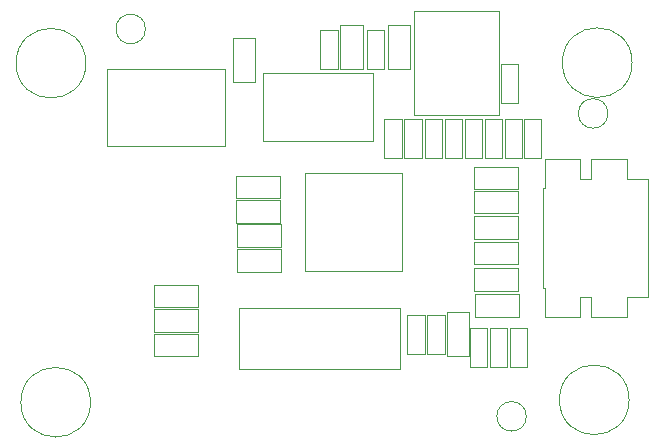
<source format=gbr>
%TF.GenerationSoftware,KiCad,Pcbnew,8.0.2*%
%TF.CreationDate,2025-07-19T08:03:10+07:00*%
%TF.ProjectId,PicoLink,5069636f-4c69-46e6-9b2e-6b696361645f,rev?*%
%TF.SameCoordinates,Original*%
%TF.FileFunction,Other,User*%
%FSLAX46Y46*%
G04 Gerber Fmt 4.6, Leading zero omitted, Abs format (unit mm)*
G04 Created by KiCad (PCBNEW 8.0.2) date 2025-07-19 08:03:10*
%MOMM*%
%LPD*%
G01*
G04 APERTURE LIST*
%ADD10C,0.050000*%
G04 APERTURE END LIST*
D10*
%TO.C,Y1*%
X146050000Y-99900000D02*
X146050000Y-105100000D01*
X146050000Y-105100000D02*
X159650000Y-105100000D01*
X159650000Y-99900000D02*
X146050000Y-99900000D01*
X159650000Y-105100000D02*
X159650000Y-99900000D01*
%TO.C,U1*%
X159830000Y-96780000D02*
X159830000Y-88520000D01*
X159830000Y-88520000D02*
X151570000Y-88520000D01*
X151570000Y-96780000D02*
X159830000Y-96780000D01*
X151570000Y-88520000D02*
X151570000Y-96780000D01*
%TO.C,R3*%
X169700000Y-100650000D02*
X166000000Y-100650000D01*
X169700000Y-98750000D02*
X169700000Y-100650000D01*
X166000000Y-100650000D02*
X166000000Y-98750000D01*
X166000000Y-98750000D02*
X169700000Y-98750000D01*
%TO.C,D1*%
X169650000Y-98450000D02*
X165950000Y-98450000D01*
X169650000Y-96550000D02*
X169650000Y-98450000D01*
X165950000Y-98450000D02*
X165950000Y-96550000D01*
X165950000Y-96550000D02*
X169650000Y-96550000D01*
%TO.C,C13*%
X163429999Y-100499997D02*
X163429999Y-103800000D01*
X161970001Y-100500000D02*
X163429999Y-100499997D01*
X163429999Y-103800000D02*
X161970001Y-103800003D01*
X161970001Y-103800003D02*
X161970001Y-100500000D01*
%TO.C,C12*%
X168279999Y-83949997D02*
X168279999Y-87250000D01*
X166820001Y-83950000D02*
X168279999Y-83949997D01*
X168279999Y-87250000D02*
X166820001Y-87250003D01*
X166820001Y-87250003D02*
X166820001Y-83950000D01*
%TO.C,C11*%
X169979999Y-83949997D02*
X169979999Y-87250000D01*
X168520001Y-83950000D02*
X169979999Y-83949997D01*
X169979999Y-87250000D02*
X168520001Y-87250003D01*
X168520001Y-87250003D02*
X168520001Y-83950000D01*
%TO.C,C10*%
X171629999Y-83949997D02*
X171629999Y-87250000D01*
X170170001Y-83950000D02*
X171629999Y-83949997D01*
X171629999Y-87250000D02*
X170170001Y-87250003D01*
X170170001Y-87250003D02*
X170170001Y-83950000D01*
%TO.C,C9*%
X164879999Y-83949997D02*
X164879999Y-87250000D01*
X163420001Y-83950000D02*
X164879999Y-83949997D01*
X164879999Y-87250000D02*
X163420001Y-87250003D01*
X163420001Y-87250003D02*
X163420001Y-83950000D01*
%TO.C,C8*%
X166579999Y-83949997D02*
X166579999Y-87250000D01*
X165120001Y-83950000D02*
X166579999Y-83949997D01*
X166579999Y-87250000D02*
X165120001Y-87250003D01*
X165120001Y-87250003D02*
X165120001Y-83950000D01*
%TO.C,C7*%
X170429999Y-101649997D02*
X170429999Y-104950000D01*
X168970001Y-101650000D02*
X170429999Y-101649997D01*
X170429999Y-104950000D02*
X168970001Y-104950003D01*
X168970001Y-104950003D02*
X168970001Y-101650000D01*
%TO.C,C6*%
X168729999Y-101649997D02*
X168729999Y-104950000D01*
X167270001Y-101650000D02*
X168729999Y-101649997D01*
X168729999Y-104950000D02*
X167270001Y-104950003D01*
X167270001Y-104950003D02*
X167270001Y-101650000D01*
%TO.C,C5*%
X167052499Y-101649997D02*
X167052499Y-104950000D01*
X165592501Y-101650000D02*
X167052499Y-101649997D01*
X167052499Y-104950000D02*
X165592501Y-104950003D01*
X165592501Y-104950003D02*
X165592501Y-101650000D01*
%TO.C,C4*%
X161479999Y-83949997D02*
X161479999Y-87250000D01*
X160020001Y-83950000D02*
X161479999Y-83949997D01*
X161479999Y-87250000D02*
X160020001Y-87250003D01*
X160020001Y-87250003D02*
X160020001Y-83950000D01*
%TO.C,C3*%
X163229999Y-83949997D02*
X163229999Y-87250000D01*
X161770001Y-83950000D02*
X163229999Y-83949997D01*
X163229999Y-87250000D02*
X161770001Y-87250003D01*
X161770001Y-87250003D02*
X161770001Y-83950000D01*
%TO.C,C2*%
X158320001Y-87250003D02*
X158320001Y-83950000D01*
X159779999Y-87250000D02*
X158320001Y-87250003D01*
X158320001Y-83950000D02*
X159779999Y-83949997D01*
X159779999Y-83949997D02*
X159779999Y-87250000D01*
%TO.C,R2*%
X163600001Y-103950000D02*
X163600001Y-100250000D01*
X165500001Y-103950000D02*
X163600001Y-103950000D01*
X163600001Y-100250000D02*
X165500001Y-100250000D01*
X165500001Y-100250000D02*
X165500001Y-103950000D01*
%TO.C,D3*%
X158600000Y-76000000D02*
X160500000Y-76000000D01*
X158600000Y-79700000D02*
X158600000Y-76000000D01*
X160500000Y-76000000D02*
X160500000Y-79700000D01*
X160500000Y-79700000D02*
X158600000Y-79700000D01*
%TO.C,C18*%
X168220001Y-79250002D02*
X169679999Y-79249999D01*
X168220001Y-82550001D02*
X168220001Y-79250002D01*
X169679999Y-79249999D02*
X169679999Y-82549998D01*
X169679999Y-82549998D02*
X168220001Y-82550001D01*
%TO.C,R23*%
X145800000Y-88750000D02*
X149500000Y-88750000D01*
X145800000Y-90650000D02*
X145800000Y-88750000D01*
X149500000Y-88750000D02*
X149500000Y-90650000D01*
X149500000Y-90650000D02*
X145800000Y-90650000D01*
%TO.C,R25*%
X145850000Y-92850000D02*
X149550000Y-92850000D01*
X145850000Y-94750000D02*
X145850000Y-92850000D01*
X149550000Y-92850000D02*
X149550000Y-94750000D01*
X149550000Y-94750000D02*
X145850000Y-94750000D01*
%TO.C,C17*%
X156820001Y-76400000D02*
X158279999Y-76399997D01*
X156820001Y-79700003D02*
X156820001Y-76400000D01*
X158279999Y-76399997D02*
X158279999Y-79700000D01*
X158279999Y-79700000D02*
X156820001Y-79700003D01*
%TO.C,SW2*%
X134850000Y-79700000D02*
X134850001Y-86200001D01*
X134850000Y-79700000D02*
X144849999Y-79699999D01*
X134850001Y-86200001D02*
X144850000Y-86200000D01*
X144850000Y-86200000D02*
X144849999Y-79699999D01*
%TO.C,C1*%
X160270002Y-103800003D02*
X160270004Y-100500003D01*
X161729998Y-103799997D02*
X160270002Y-103800003D01*
X160270004Y-100500003D02*
X161730000Y-100499997D01*
X161730000Y-100499997D02*
X161729998Y-103799997D01*
%TO.C,R1*%
X165949997Y-94299998D02*
X169649997Y-94299998D01*
X165949997Y-96199998D02*
X165949997Y-94299998D01*
X169649997Y-94299998D02*
X169649997Y-96199998D01*
X169649997Y-96199998D02*
X165949997Y-96199998D01*
%TO.C,U4*%
X148049999Y-80040000D02*
X148049999Y-85760000D01*
X148049999Y-85760000D02*
X157350001Y-85760000D01*
X157350001Y-80040000D02*
X148049999Y-80040000D01*
X157350001Y-85760000D02*
X157350001Y-80040000D01*
%TO.C,U6*%
X160799999Y-74800000D02*
X160800001Y-83600000D01*
X160800001Y-83600000D02*
X168000001Y-83600000D01*
X167999999Y-74800000D02*
X160799999Y-74800000D01*
X168000001Y-83600000D02*
X167999999Y-74800000D01*
%TO.C,C16*%
X152920001Y-79687503D02*
X152920004Y-76387504D01*
X152920004Y-76387504D02*
X154380001Y-76387499D01*
X154379998Y-79687498D02*
X152920001Y-79687503D01*
X154380001Y-76387499D02*
X154379998Y-79687498D01*
%TO.C,R17*%
X138850000Y-100050000D02*
X142550000Y-100050000D01*
X138850000Y-101950000D02*
X138850000Y-100050000D01*
X142550000Y-100050000D02*
X142550000Y-101950000D01*
X142550000Y-101950000D02*
X138850000Y-101950000D01*
%TO.C,R22*%
X154600000Y-76000000D02*
X156500000Y-76000000D01*
X154600000Y-79700000D02*
X154600000Y-76000000D01*
X156500000Y-76000000D02*
X156500000Y-79700000D01*
X156500000Y-79700000D02*
X154600000Y-79700000D01*
%TO.C,H6*%
X133050000Y-79200000D02*
G75*
G02*
X127150000Y-79200000I-2950000J0D01*
G01*
X127150000Y-79200000D02*
G75*
G02*
X133050000Y-79200000I2950000J0D01*
G01*
%TO.C,R26*%
X149550000Y-96850000D02*
X145850000Y-96850000D01*
X149550000Y-94950000D02*
X149550000Y-96850000D01*
X145850000Y-96850000D02*
X145850000Y-94950000D01*
X145850000Y-94950000D02*
X149550000Y-94950000D01*
%TO.C,FID3*%
X138100000Y-76300000D02*
G75*
G02*
X135600000Y-76300000I-1250000J0D01*
G01*
X135600000Y-76300000D02*
G75*
G02*
X138100000Y-76300000I1250000J0D01*
G01*
%TO.C,R19*%
X138850000Y-102100000D02*
X142550000Y-102100000D01*
X138850000Y-104000000D02*
X138850000Y-102100000D01*
X142550000Y-102100000D02*
X142550000Y-104000000D01*
X142550000Y-104000000D02*
X138850000Y-104000000D01*
%TO.C,R6*%
X165899996Y-87949997D02*
X169599996Y-87949997D01*
X165899996Y-89849997D02*
X165899996Y-87949997D01*
X169599996Y-87949997D02*
X169599996Y-89849997D01*
X169599996Y-89849997D02*
X165899996Y-89849997D01*
%TO.C,H5*%
X179300000Y-79150000D02*
G75*
G02*
X173400000Y-79150000I-2950000J0D01*
G01*
X173400000Y-79150000D02*
G75*
G02*
X179300000Y-79150000I2950000J0D01*
G01*
%TO.C,J2*%
X171740002Y-89750000D02*
X171890000Y-89750000D01*
X171740002Y-98250000D02*
X171740002Y-89750000D01*
X171889999Y-100700002D02*
X171890000Y-98250000D01*
X171890000Y-87300000D02*
X174900002Y-87299999D01*
X171890000Y-89750000D02*
X171890000Y-87300000D01*
X171890000Y-98250000D02*
X171740002Y-98250000D01*
X174900000Y-89030000D02*
X175820000Y-89030000D01*
X174900000Y-98970001D02*
X174900000Y-100699999D01*
X174900000Y-100699999D02*
X171889999Y-100700002D01*
X174900002Y-87299999D02*
X174900000Y-89030000D01*
X175820000Y-87300000D02*
X178829998Y-87300002D01*
X175820000Y-89030000D02*
X175820000Y-87300000D01*
X175820000Y-98970000D02*
X174900000Y-98970001D01*
X175820000Y-100700000D02*
X175820000Y-98970000D01*
X178829998Y-87300002D02*
X178830001Y-89030000D01*
X178830000Y-98970000D02*
X178830000Y-100699999D01*
X178830000Y-100699999D02*
X175820000Y-100700000D01*
X178830001Y-89030000D02*
X180680000Y-89030001D01*
X180680000Y-89030001D02*
X180680002Y-98970000D01*
X180680002Y-98970000D02*
X178830000Y-98970000D01*
%TO.C,R13*%
X165899997Y-89999998D02*
X169599997Y-89999998D01*
X165899997Y-91899998D02*
X165899997Y-89999998D01*
X169599997Y-89999998D02*
X169599997Y-91899998D01*
X169599997Y-91899998D02*
X165899997Y-91899998D01*
%TO.C,H3*%
X179050000Y-107700000D02*
G75*
G02*
X173150000Y-107700000I-2950000J0D01*
G01*
X173150000Y-107700000D02*
G75*
G02*
X179050000Y-107700000I2950000J0D01*
G01*
%TO.C,FID1*%
X170350000Y-109100000D02*
G75*
G02*
X167850000Y-109100000I-1250000J0D01*
G01*
X167850000Y-109100000D02*
G75*
G02*
X170350000Y-109100000I1250000J0D01*
G01*
%TO.C,R12*%
X165899997Y-92149998D02*
X169599997Y-92149998D01*
X165899997Y-94049998D02*
X165899997Y-92149998D01*
X169599997Y-92149998D02*
X169599997Y-94049998D01*
X169599997Y-94049998D02*
X165899997Y-94049998D01*
%TO.C,FID2*%
X177250000Y-83450000D02*
G75*
G02*
X174750000Y-83450000I-1250000J0D01*
G01*
X174750000Y-83450000D02*
G75*
G02*
X177250000Y-83450000I1250000J0D01*
G01*
%TO.C,R20*%
X145500000Y-77050000D02*
X147400000Y-77050000D01*
X145500000Y-80750000D02*
X145500000Y-77050000D01*
X147400000Y-77050000D02*
X147400000Y-80750000D01*
X147400000Y-80750000D02*
X145500000Y-80750000D01*
%TO.C,H4*%
X133450000Y-107900000D02*
G75*
G02*
X127550000Y-107900000I-2950000J0D01*
G01*
X127550000Y-107900000D02*
G75*
G02*
X133450000Y-107900000I2950000J0D01*
G01*
%TO.C,R24*%
X145800000Y-90800000D02*
X149500000Y-90800000D01*
X145800000Y-92700000D02*
X145800000Y-90800000D01*
X149500000Y-90800000D02*
X149500000Y-92700000D01*
X149500000Y-92700000D02*
X145800000Y-92700000D01*
%TO.C,R14*%
X138850000Y-97950000D02*
X142550000Y-97950000D01*
X138850000Y-99850000D02*
X138850000Y-97950000D01*
X142550000Y-97950000D02*
X142550000Y-99850000D01*
X142550000Y-99850000D02*
X138850000Y-99850000D01*
%TD*%
M02*

</source>
